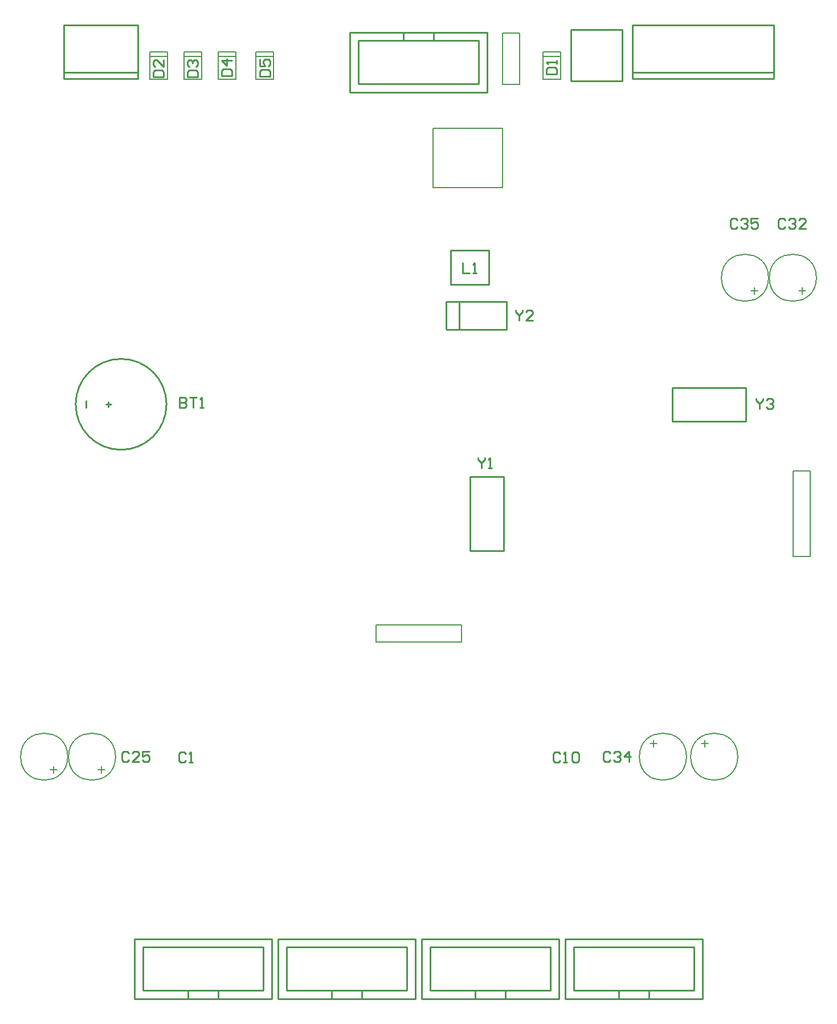
<source format=gto>
G04 Layer_Color=65535*
%FSLAX44Y44*%
%MOMM*%
G71*
G01*
G75*
%ADD23C,0.2540*%
%ADD55C,0.2000*%
%ADD56C,0.1500*%
D23*
X220540Y887560D02*
G03*
X220540Y887560I-67500J0D01*
G01*
X386570Y4860D02*
X465820D01*
X510820D02*
X590070D01*
X386570Y93860D02*
X590070D01*
X465820Y17360D02*
X510820D01*
X399070Y81360D02*
X577570D01*
X510820Y17360D02*
X577570D01*
X399070D02*
X465820D01*
Y4860D02*
Y17360D01*
X510820Y4860D02*
Y17360D01*
X465820Y4860D02*
X510820D01*
X399070Y17360D02*
Y81360D01*
X386570Y4860D02*
Y93860D01*
X577570Y17360D02*
Y81360D01*
X590070Y4860D02*
Y93860D01*
X133990Y883750D02*
Y891370D01*
X130180Y887560D02*
X137800D01*
X101040Y882560D02*
Y892560D01*
X655800Y999800D02*
Y1039800D01*
X635800D02*
X725800D01*
Y998800D02*
Y1039800D01*
X636800Y998800D02*
X725800D01*
X635800Y999800D02*
X636800Y998800D01*
X635800Y999800D02*
Y1039800D01*
X671600Y670000D02*
Y780000D01*
X721601D01*
X671600Y670000D02*
X721601D01*
Y780000D01*
X971800Y862560D02*
X1081801D01*
X971800D02*
Y912560D01*
X1081801Y862560D02*
Y912560D01*
X971800D02*
X1081801D01*
X643250Y1065360D02*
X699150D01*
X643250D02*
Y1116160D01*
X699150D01*
Y1065360D02*
Y1116160D01*
X912840Y1380800D02*
X1122840D01*
Y1370800D02*
Y1410800D01*
X912840Y1370800D02*
X1122840D01*
X912840D02*
Y1450800D01*
X1122840D01*
Y1410800D02*
Y1450800D01*
X177960Y1410800D02*
Y1450800D01*
X67960D02*
X177960D01*
X67960Y1370800D02*
Y1450800D01*
Y1370800D02*
X177960D01*
Y1409800D01*
X67960Y1380800D02*
X177960D01*
X813290Y4860D02*
X892540D01*
X937540D02*
X1016790D01*
X813290Y93860D02*
X1016790D01*
X892540Y17360D02*
X937540D01*
X825790Y81360D02*
X1004290D01*
X937540Y17360D02*
X1004290D01*
X825790D02*
X892540D01*
Y4860D02*
Y17360D01*
X937540Y4860D02*
Y17360D01*
X892540Y4860D02*
X937540D01*
X825790Y17360D02*
Y81360D01*
X813290Y4860D02*
Y93860D01*
X1004290Y17360D02*
Y81360D01*
X1016790Y4860D02*
Y93860D01*
X599930Y4860D02*
X679180D01*
X724180D02*
X803430D01*
X599930Y93860D02*
X803430D01*
X679180Y17360D02*
X724180D01*
X612430Y81360D02*
X790930D01*
X724180Y17360D02*
X790930D01*
X612430D02*
X679180D01*
Y4860D02*
Y17360D01*
X724180Y4860D02*
Y17360D01*
X679180Y4860D02*
X724180D01*
X612430Y17360D02*
Y81360D01*
X599930Y4860D02*
Y93860D01*
X790930Y17360D02*
Y81360D01*
X803430Y4860D02*
Y93860D01*
X173210Y4860D02*
X252460D01*
X297460D02*
X376710D01*
X173210Y93860D02*
X376710D01*
X252460Y17360D02*
X297460D01*
X185710Y81360D02*
X364210D01*
X297460Y17360D02*
X364210D01*
X185710D02*
X252460D01*
Y4860D02*
Y17360D01*
X297460Y4860D02*
Y17360D01*
X252460Y4860D02*
X297460D01*
X185710Y17360D02*
Y81360D01*
X173210Y4860D02*
Y93860D01*
X364210Y17360D02*
Y81360D01*
X376710Y4860D02*
Y93860D01*
X493250Y1351060D02*
Y1440060D01*
X505750Y1363560D02*
Y1427560D01*
X696750Y1351060D02*
Y1440060D01*
X684250Y1363560D02*
Y1427560D01*
X572500Y1440060D02*
X617500D01*
X572500Y1427560D02*
Y1440060D01*
X617500Y1427560D02*
Y1440060D01*
Y1427560D02*
X684250D01*
X505750D02*
X572500D01*
X505750Y1363560D02*
X684250D01*
X572500Y1427560D02*
X617500D01*
X493250Y1351060D02*
X696750D01*
X493250Y1440060D02*
X572500D01*
X617500D02*
X696750D01*
X821060Y1367620D02*
X897260D01*
Y1443820D01*
X821060D02*
X897260D01*
X821060Y1367620D02*
Y1443820D01*
X240110Y897595D02*
Y882360D01*
X247728D01*
X250267Y884899D01*
Y887438D01*
X247728Y889977D01*
X240110D01*
X247728D01*
X250267Y892517D01*
Y895056D01*
X247728Y897595D01*
X240110D01*
X255345D02*
X265502D01*
X260424D01*
Y882360D01*
X270580D02*
X275659D01*
X273119D01*
Y897595D01*
X270580Y895056D01*
X805267Y369056D02*
X802728Y371595D01*
X797649D01*
X795110Y369056D01*
Y358899D01*
X797649Y356360D01*
X802728D01*
X805267Y358899D01*
X810345Y356360D02*
X815424D01*
X812884D01*
Y371595D01*
X810345Y369056D01*
X823041D02*
X825580Y371595D01*
X830659D01*
X833198Y369056D01*
Y358899D01*
X830659Y356360D01*
X825580D01*
X823041Y358899D01*
Y369056D01*
X249057Y368316D02*
X246518Y370855D01*
X241439D01*
X238900Y368316D01*
Y358159D01*
X241439Y355620D01*
X246518D01*
X249057Y358159D01*
X254135Y355620D02*
X259214D01*
X256674D01*
Y370855D01*
X254135Y368316D01*
X1068647Y1161516D02*
X1066108Y1164055D01*
X1061029D01*
X1058490Y1161516D01*
Y1151359D01*
X1061029Y1148820D01*
X1066108D01*
X1068647Y1151359D01*
X1073725Y1161516D02*
X1076264Y1164055D01*
X1081343D01*
X1083882Y1161516D01*
Y1158977D01*
X1081343Y1156437D01*
X1078803D01*
X1081343D01*
X1083882Y1153898D01*
Y1151359D01*
X1081343Y1148820D01*
X1076264D01*
X1073725Y1151359D01*
X1099117Y1164055D02*
X1088960D01*
Y1156437D01*
X1094039Y1158977D01*
X1096578D01*
X1099117Y1156437D01*
Y1151359D01*
X1096578Y1148820D01*
X1091499D01*
X1088960Y1151359D01*
X880267Y369806D02*
X877728Y372345D01*
X872649D01*
X870110Y369806D01*
Y359649D01*
X872649Y357110D01*
X877728D01*
X880267Y359649D01*
X885345Y369806D02*
X887884Y372345D01*
X892963D01*
X895502Y369806D01*
Y367267D01*
X892963Y364727D01*
X890424D01*
X892963D01*
X895502Y362188D01*
Y359649D01*
X892963Y357110D01*
X887884D01*
X885345Y359649D01*
X908198Y357110D02*
Y372345D01*
X900580Y364727D01*
X910737D01*
X1139897Y1161516D02*
X1137358Y1164055D01*
X1132279D01*
X1129740Y1161516D01*
Y1151359D01*
X1132279Y1148820D01*
X1137358D01*
X1139897Y1151359D01*
X1144975Y1161516D02*
X1147514Y1164055D01*
X1152593D01*
X1155132Y1161516D01*
Y1158977D01*
X1152593Y1156437D01*
X1150053D01*
X1152593D01*
X1155132Y1153898D01*
Y1151359D01*
X1152593Y1148820D01*
X1147514D01*
X1144975Y1151359D01*
X1170367Y1148820D02*
X1160210D01*
X1170367Y1158977D01*
Y1161516D01*
X1167828Y1164055D01*
X1162749D01*
X1160210Y1161516D01*
X164807Y369316D02*
X162268Y371855D01*
X157189D01*
X154650Y369316D01*
Y359159D01*
X157189Y356620D01*
X162268D01*
X164807Y359159D01*
X180042Y356620D02*
X169885D01*
X180042Y366777D01*
Y369316D01*
X177503Y371855D01*
X172424D01*
X169885Y369316D01*
X195277Y371855D02*
X185120D01*
Y364237D01*
X190199Y366777D01*
X192738D01*
X195277Y364237D01*
Y359159D01*
X192738Y356620D01*
X187659D01*
X185120Y359159D01*
X739490Y1027515D02*
Y1024976D01*
X744568Y1019897D01*
X749647Y1024976D01*
Y1027515D01*
X744568Y1019897D02*
Y1012280D01*
X764882D02*
X754725D01*
X764882Y1022437D01*
Y1024976D01*
X762343Y1027515D01*
X757264D01*
X754725Y1024976D01*
X683850Y808085D02*
Y805546D01*
X688928Y800467D01*
X694007Y805546D01*
Y808085D01*
X688928Y800467D02*
Y792850D01*
X699085D02*
X704164D01*
X701624D01*
Y808085D01*
X699085Y805546D01*
X660710Y1097685D02*
Y1082450D01*
X670867D01*
X675945D02*
X681023D01*
X678484D01*
Y1097685D01*
X675945Y1095146D01*
X359015Y1374250D02*
X374250D01*
Y1381867D01*
X371711Y1384407D01*
X361554D01*
X359015Y1381867D01*
Y1374250D01*
Y1399642D02*
Y1389485D01*
X366632D01*
X364093Y1394563D01*
Y1397102D01*
X366632Y1399642D01*
X371711D01*
X374250Y1397102D01*
Y1392024D01*
X371711Y1389485D01*
X302265Y1375250D02*
X317500D01*
Y1382867D01*
X314961Y1385407D01*
X304804D01*
X302265Y1382867D01*
Y1375250D01*
X317500Y1398102D02*
X302265D01*
X309883Y1390485D01*
Y1400642D01*
X251765Y1374000D02*
X267000D01*
Y1381617D01*
X264461Y1384156D01*
X254304D01*
X251765Y1381617D01*
Y1374000D01*
X254304Y1389235D02*
X251765Y1391774D01*
Y1396852D01*
X254304Y1399392D01*
X256843D01*
X259382Y1396852D01*
Y1394313D01*
Y1396852D01*
X261922Y1399392D01*
X264461D01*
X267000Y1396852D01*
Y1391774D01*
X264461Y1389235D01*
X200765Y1374000D02*
X216000D01*
Y1381617D01*
X213461Y1384156D01*
X203304D01*
X200765Y1381617D01*
Y1374000D01*
X216000Y1399392D02*
Y1389235D01*
X205843Y1399392D01*
X203304D01*
X200765Y1396852D01*
Y1391774D01*
X203304Y1389235D01*
X785245Y1377720D02*
X800480D01*
Y1385337D01*
X797941Y1387876D01*
X787784D01*
X785245Y1385337D01*
Y1377720D01*
X800480Y1392955D02*
Y1398033D01*
Y1395494D01*
X785245D01*
X787784Y1392955D01*
X1096460Y896495D02*
Y893956D01*
X1101538Y888877D01*
X1106617Y893956D01*
Y896495D01*
X1101538Y888877D02*
Y881260D01*
X1111695Y893956D02*
X1114234Y896495D01*
X1119313D01*
X1121852Y893956D01*
Y891416D01*
X1119313Y888877D01*
X1116774D01*
X1119313D01*
X1121852Y886338D01*
Y883799D01*
X1119313Y881260D01*
X1114234D01*
X1111695Y883799D01*
D55*
X73740Y364320D02*
G03*
X73740Y364320I-35000J0D01*
G01*
X144860D02*
G03*
X144860Y364320I-35000J0D01*
G01*
X1069420D02*
G03*
X1069420Y364320I-35000J0D01*
G01*
X993220D02*
G03*
X993220Y364320I-35000J0D01*
G01*
X1186260Y1075520D02*
G03*
X1186260Y1075520I-35000J0D01*
G01*
X1115140D02*
G03*
X1115140Y1075520I-35000J0D01*
G01*
X47260Y344620D02*
X57420D01*
X52340Y339540D02*
Y349700D01*
X118380Y344619D02*
X128540D01*
X123460Y339539D02*
Y349699D01*
X1015740Y384020D02*
X1025900D01*
X1020820Y378940D02*
Y389100D01*
X939540Y384020D02*
X949700D01*
X944620Y378940D02*
Y389100D01*
X658500Y534500D02*
Y559900D01*
X531500Y534500D02*
X658500D01*
X531500Y559900D02*
X658500D01*
X531500Y534500D02*
Y559900D01*
X1151260Y661500D02*
X1176660D01*
X1151260D02*
Y788500D01*
X1176660Y661500D02*
Y788500D01*
X1151260D02*
X1176660D01*
X1159780Y1055820D02*
X1169940D01*
X1164860Y1050740D02*
Y1060900D01*
X1088660Y1055820D02*
X1098820D01*
X1093740Y1050740D02*
Y1060900D01*
X780120Y1404063D02*
X806120D01*
X793120Y1410630D02*
X806120D01*
Y1370530D02*
Y1410630D01*
X780120Y1370530D02*
X806120D01*
X780120D02*
Y1410680D01*
X793120Y1410630D01*
X744860Y1362540D02*
Y1438740D01*
X719460D02*
X744860D01*
X719460Y1362540D02*
Y1438740D01*
Y1362540D02*
X744860D01*
X353400Y1404063D02*
X379400D01*
X366400Y1410630D02*
X379400D01*
Y1370530D02*
Y1410630D01*
X353400Y1370530D02*
X379400D01*
X353400D02*
Y1410680D01*
X366400Y1410630D01*
X297520Y1404063D02*
X323520D01*
X310520Y1410630D02*
X323520D01*
Y1370530D02*
Y1410630D01*
X297520Y1370530D02*
X323520D01*
X297520D02*
Y1410680D01*
X310520Y1410630D01*
X246720Y1404063D02*
X272720D01*
X259720Y1410630D02*
X272720D01*
Y1370530D02*
Y1410630D01*
X246720Y1370530D02*
X272720D01*
X246720D02*
Y1410680D01*
X259720Y1410630D01*
X195920Y1404063D02*
X221920D01*
X208920Y1410630D02*
X221920D01*
Y1370530D02*
Y1410630D01*
X195920Y1370530D02*
X221920D01*
X195920D02*
Y1410680D01*
X208920Y1410630D01*
D56*
X720130Y1209804D02*
Y1297609D01*
X616500Y1209804D02*
Y1297609D01*
Y1209804D02*
X720130D01*
X616500Y1297609D02*
X720130D01*
M02*

</source>
